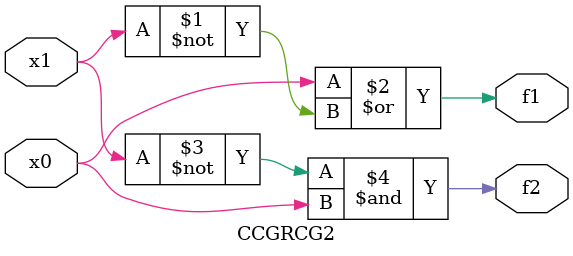
<source format=v>

module CCGRCG2 ( 
    x0, x1,
    f1, f2  );
  input  x0, x1;
  output f1, f2;
  assign f1 = x0 | ~x1;
  assign f2 = ~x1 & x0;
endmodule



</source>
